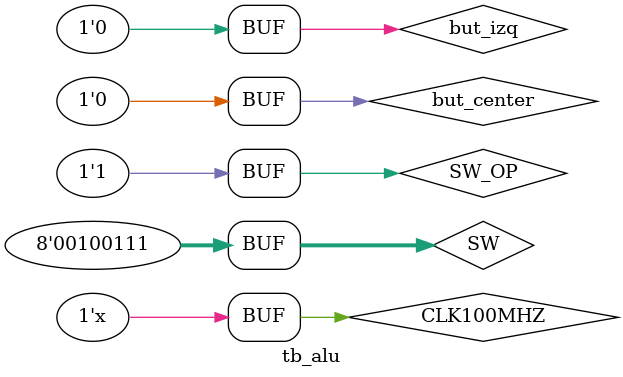
<source format=v>
`timescale 1ns / 1ps

`define lenghtIN 8
`define lenghtOP 6

module tb_alu(
    );
	
	reg [`lenghtIN - 1 : 0] SW; 
	reg but_izq;
	reg but_center;
	reg SW_OP;
	reg CLK100MHZ;
	
	wire [`lenghtIN - 1 : 0] LED; 

	top #(.lenghtIN(`lenghtIN), .lenghtOP(`lenghtOP))
	u_top(
		.SW(SW),
		.but_izq(but_izq),
		.but_center(but_center),
		.SW_OP(SW_OP),
		.CLK100MHZ(CLK100MHZ),

		.LED(LED)
		);

	initial begin
		CLK100MHZ = 0;
		
		// Test ADD

		SW = `lenghtIN'h01;
		but_izq = 1;

		#10

		but_izq = 0;
		SW = `lenghtIN'h02;
		but_center = 1;

		#10

		but_center = 0;
		SW = `lenghtOP'b 100000;
		SW_OP = 1; 

		// LEDs -> 0000 0011 -> 2 + 1 = 3

		#10

		// Test ADD Overflow
		
		SW_OP = 0; 		
		SW = `lenghtIN'h01;
		but_izq = 1;

		#10

		but_izq = 0;
		SW = `lenghtIN'd0127;
		but_center = 1;

		#10

		but_center = 0;
		SW = `lenghtOP'b 100000;
		SW_OP = 1; 

		// LEDs -> 1000 0010 -> 127 + 1 = -128 (Overflow)

		#10

		// Test SUB

		SW_OP = 0;
		SW = `lenghtIN'h03;
		but_izq = 1;

		#10

		but_izq = 0;
		SW = `lenghtIN'h05;
		but_center = 1;

		#10

		but_center = 0;
		SW = `lenghtOP'b 100010;
		SW_OP = 1; 

		// LEDs -> 1111 1110 -> 3 - 5 = -2

		#10

		// Test AND

		SW_OP = 0;
		SW = `lenghtIN'b11111111;
		but_izq = 1;

		#10

		but_izq = 0;
		SW = `lenghtIN'b00001111;
		but_center = 1;

		#10

		but_center = 0;
		SW = `lenghtOP'b 100100;
		SW_OP = 1; 

		// LEDs -> 0000 1111

		#10

		// Test OR

		SW_OP = 0;
		SW = `lenghtIN'b00000001;
		but_izq = 1;

		#10

		but_izq = 0;
		SW = `lenghtIN'b00001111;
		but_center = 1;

		#10

		but_center = 0;
		SW = `lenghtOP'b 100101;
		SW_OP = 1; 

		// LEDs -> 0000 1111

		#10

		// Test XOR

		SW_OP = 0;
		SW = `lenghtIN'b11111111;
		but_izq = 1;

		#10

		but_izq = 0;
		SW = `lenghtIN'b00001111;
		but_center = 1;

		#10

		but_center = 0;
		SW = `lenghtOP'b 100110;
		SW_OP = 1; 

		// LEDs -> 1111 0000

		#10

		// Test SRA (Shift Right Aritmetico)

		SW_OP = 0;
		SW = `lenghtIN'b10001000;
		but_izq = 1;

		#10

		but_izq = 0;
		SW = `lenghtIN'd2;
		but_center = 1;

		#10

		but_center = 0;
		SW = `lenghtOP'b 000011;
		SW_OP = 1; 

		// LEDs -> 1110 0010 -> -120 / 4 = -30

		#10

		// Test SRL (Shift Right Logico)

		SW_OP = 0;
		SW = `lenghtIN'd100;
		but_izq = 1;

		#10

		but_izq = 0;
		SW = `lenghtIN'd2;
		but_center = 1;

		#10

		but_center = 0;
		SW = `lenghtOP'b 000010;
		SW_OP = 1; 

		// LEDs -> 0001 1001 -> 100 / 4 = 25

		#10

		// Test NOR

		SW_OP = 0;
		SW = `lenghtIN'b00001111;
		but_izq = 1;

		#10

		but_izq = 0;
		SW = `lenghtIN'b00000011;
		but_center = 1;

		#10

		but_center = 0;
		SW = `lenghtOP'b 100111;
		SW_OP = 1; 

		// LEDs -> 1111 0000

	end

	always
		#5 CLK100MHZ = ~CLK100MHZ;
		
endmodule
</source>
